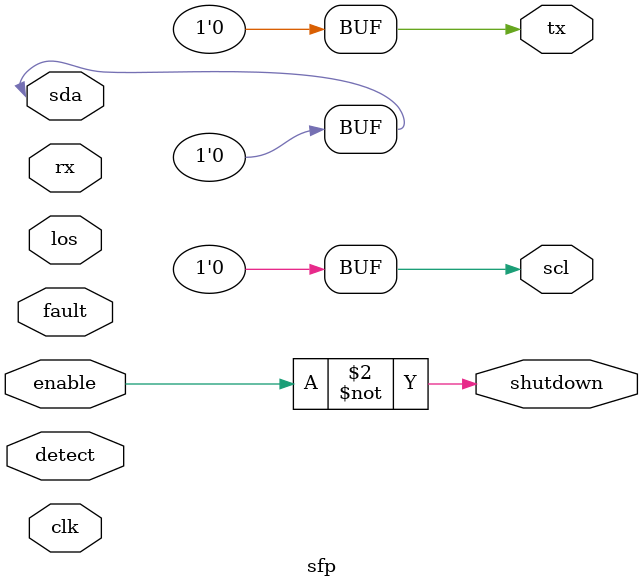
<source format=v>

module sfp(rx, tx, detect, los, fault, shutdown, sda, scl, clk, enable);
    // SFP IO
    input   rx;         // Receive data
    output  tx;         // Transmit data
    input   detect;     // Detect module presence
    input   los;        // Loss of signal
    input   fault;      // Transmitter fault
    output  shutdown;   // Transmitter shutdown
    inout   sda;        // DOM data line
    output  scl;        // DOM clock line

    // FPGA IO
    input   clk;        // Global clock
    input   enable;     // Enable SFP module

    reg r_rx;
    reg r_detect;
    reg r_los;
    reg r_fault;

    always @(posedge clk) begin
        r_rx        <= rx;
        r_detect    <= detect;
        r_los       <= los;
        r_fault     <= fault;
    end


    assign shutdown = ~enable;
    assign tx = 1'b0;

    // Disable I²C interface
    assign sda = 1'b0;
    assign scl = 1'b0;
endmodule

</source>
